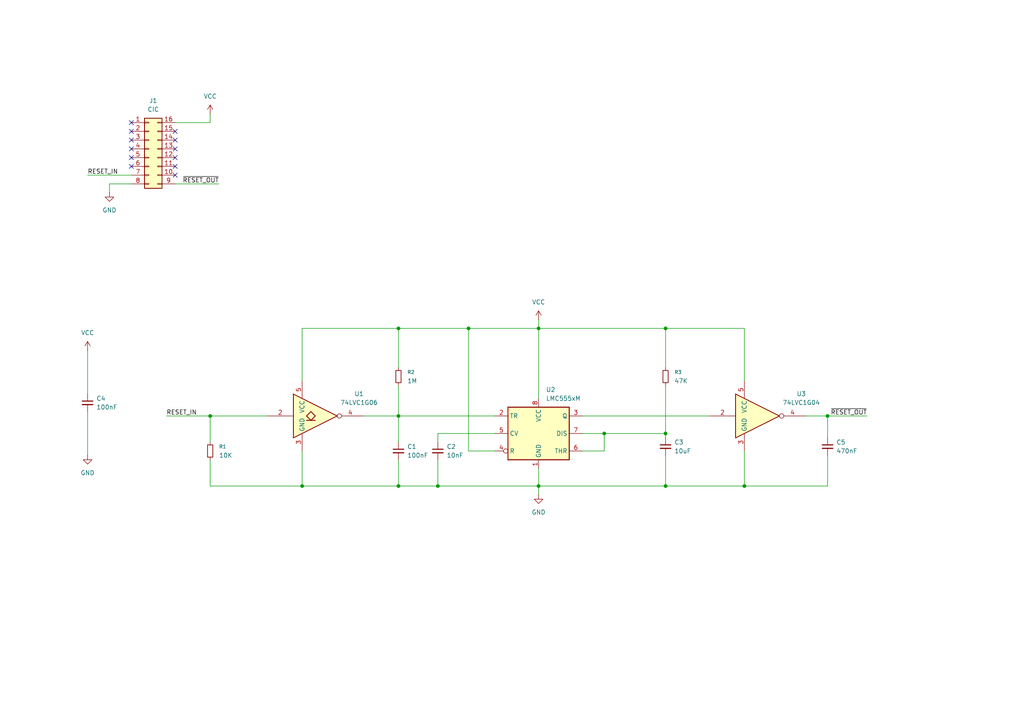
<source format=kicad_sch>
(kicad_sch (version 20250114) (generator "eeschema") (generator_version "9.0")
  (paper "A4")
  (lib_symbols
    (symbol "74xGxx:74LVC1G04"
      (property "Reference" "U" (at 0 7.62 0))
      (property "Value" "74LVC1G04" (at 5.08 -7.62 0))
      (symbol "74LVC1G04_0_1"
        (polyline (pts (xy -7.62 6.35) (xy -7.62 -6.35) (xy 5.08 0) (xy -7.62 6.35)) (stroke (width 0.254)) (fill (type background)))
      )
      (symbol "74LVC1G04_1_1"
        (pin input line (at -15.24 0 0) (length 7.62) (name "~") (number "2"))
        (pin power_in line (at -5.08 10.16 270) (length 5.08) (name "VCC") (number "5"))
        (pin power_in line (at -5.08 -10.16 90) (length 5.08) (name "GND") (number "3"))
        (pin output inverted (at 12.7 0 180) (length 7.62) (name "~") (number "4"))
      )
    )
    (symbol "74xGxx:74LVC1G06"
      (property "Reference" "U" (at 0 7.62 0))
      (property "Value" "74LVC1G06" (at 2.54 -7.62 0))
      (symbol "74LVC1G06_0_1"
        (polyline (pts (xy -7.62 6.35) (xy -7.62 -6.35) (xy 5.08 0) (xy -7.62 6.35)) (stroke (width 0.254)) (fill (type background)))
        (polyline (pts (xy -3.81 -1.27) (xy -1.27 -1.27)) (stroke (width 0.254)) (fill (type background)))
        (polyline (pts (xy -2.54 1.27) (xy -3.81 0) (xy -2.54 -1.27) (xy -1.27 0) (xy -2.54 1.27)) (stroke (width 0.254)) (fill (type background)))
      )
      (symbol "74LVC1G06_1_1"
        (pin input line (at -15.24 0 0) (length 7.62) (name "~") (number "2"))
        (pin power_in line (at -5.08 10.16 270) (length 5.08) (name "VCC") (number "5"))
        (pin power_in line (at -5.08 -10.16 90) (length 5.08) (name "GND") (number "3"))
        (pin open_collector inverted (at 12.7 0 180) (length 7.62) (name "~") (number "4"))
      )
    )
    (symbol "Connector_Generic:Conn_02x08_Counter_Clockwise" (pin_names (offset 1.016) (hide yes))
      (property "Reference" "J" (at 1.27 10.16 0))
      (property "Value" "Conn_02x08_Counter_Clockwise" (at 1.27 -12.7 0))
      (symbol "Conn_02x08_Counter_Clockwise_1_1"
        (rectangle (start -1.27 8.89) (end 3.81 -11.43) (stroke (width 0.254)) (fill (type background)))
        (rectangle (start -1.27 7.747) (end 0 7.493) (stroke (width 0.1524)))
        (rectangle (start -1.27 5.207) (end 0 4.953) (stroke (width 0.1524)))
        (rectangle (start -1.27 2.667) (end 0 2.413) (stroke (width 0.1524)))
        (rectangle (start -1.27 0.127) (end 0 -0.127) (stroke (width 0.1524)))
        (rectangle (start -1.27 -2.413) (end 0 -2.667) (stroke (width 0.1524)))
        (rectangle (start -1.27 -4.953) (end 0 -5.207) (stroke (width 0.1524)))
        (rectangle (start -1.27 -7.493) (end 0 -7.747) (stroke (width 0.1524)))
        (rectangle (start -1.27 -10.033) (end 0 -10.287) (stroke (width 0.1524)))
        (rectangle (start 3.81 7.747) (end 2.54 7.493) (stroke (width 0.1524)))
        (rectangle (start 3.81 5.207) (end 2.54 4.953) (stroke (width 0.1524)))
        (rectangle (start 3.81 2.667) (end 2.54 2.413) (stroke (width 0.1524)))
        (rectangle (start 3.81 0.127) (end 2.54 -0.127) (stroke (width 0.1524)))
        (rectangle (start 3.81 -2.413) (end 2.54 -2.667) (stroke (width 0.1524)))
        (rectangle (start 3.81 -4.953) (end 2.54 -5.207) (stroke (width 0.1524)))
        (rectangle (start 3.81 -7.493) (end 2.54 -7.747) (stroke (width 0.1524)))
        (rectangle (start 3.81 -10.033) (end 2.54 -10.287) (stroke (width 0.1524)))
        (pin passive line (at -5.08 7.62 0) (length 3.81) (name "Pin_1") (number "1"))
        (pin passive line (at -5.08 5.08 0) (length 3.81) (name "Pin_2") (number "2"))
        (pin passive line (at -5.08 2.54 0) (length 3.81) (name "Pin_3") (number "3"))
        (pin passive line (at -5.08 0 0) (length 3.81) (name "Pin_4") (number "4"))
        (pin passive line (at -5.08 -2.54 0) (length 3.81) (name "Pin_5") (number "5"))
        (pin passive line (at -5.08 -5.08 0) (length 3.81) (name "Pin_6") (number "6"))
        (pin passive line (at -5.08 -7.62 0) (length 3.81) (name "Pin_7") (number "7"))
        (pin passive line (at -5.08 -10.16 0) (length 3.81) (name "Pin_8") (number "8"))
        (pin passive line (at 7.62 7.62 180) (length 3.81) (name "Pin_16") (number "16"))
        (pin passive line (at 7.62 5.08 180) (length 3.81) (name "Pin_15") (number "15"))
        (pin passive line (at 7.62 2.54 180) (length 3.81) (name "Pin_14") (number "14"))
        (pin passive line (at 7.62 0 180) (length 3.81) (name "Pin_13") (number "13"))
        (pin passive line (at 7.62 -2.54 180) (length 3.81) (name "Pin_12") (number "12"))
        (pin passive line (at 7.62 -5.08 180) (length 3.81) (name "Pin_11") (number "11"))
        (pin passive line (at 7.62 -7.62 180) (length 3.81) (name "Pin_10") (number "10"))
        (pin passive line (at 7.62 -10.16 180) (length 3.81) (name "Pin_9") (number "9"))
      )
    )
    (symbol "Device:C_Small" (pin_numbers (hide yes)) (pin_names (offset 0.254) (hide yes))
      (property "Reference" "C" (at 0.254 1.778 0))
      (property "Value" "C_Small" (at 0.254 -2.032 0))
      (symbol "C_Small_0_1"
        (polyline (pts (xy -1.524 0.508) (xy 1.524 0.508)) (stroke (width 0.3048)))
        (polyline (pts (xy -1.524 -0.508) (xy 1.524 -0.508)) (stroke (width 0.3302)))
      )
      (symbol "C_Small_1_1"
        (pin passive line (at 0 2.54 270) (length 2.032) (name "~") (number "1"))
        (pin passive line (at 0 -2.54 90) (length 2.032) (name "~") (number "2"))
      )
    )
    (symbol "Device:R_Small" (pin_numbers (hide yes)) (pin_names (offset 0.254) (hide yes))
      (property "Reference" "R" (at 0 0 90))
      (property "Value" "R_Small" (at 1.778 0 90))
      (symbol "R_Small_0_1"
        (rectangle (start -0.762 1.778) (end 0.762 -1.778) (stroke (width 0.2032)))
      )
      (symbol "R_Small_1_1"
        (pin passive line (at 0 2.54 270) (length 0.762) (name "~") (number "1"))
        (pin passive line (at 0 -2.54 90) (length 0.762) (name "~") (number "2"))
      )
    )
    (symbol "Timer:LMC555xM"
      (property "Reference" "U" (at -10.16 8.89 0))
      (property "Value" "LMC555xM" (at 2.54 8.89 0))
      (symbol "LMC555xM_0_0"
        (pin power_in line (at 0 10.16 270) (length 2.54) (name "VCC") (number "8"))
        (pin power_in line (at 0 -10.16 90) (length 2.54) (name "GND") (number "1"))
      )
      (symbol "LMC555xM_0_1"
        (rectangle (start -8.89 -7.62) (end 8.89 7.62) (stroke (width 0.254)) (fill (type background)))
        (rectangle (start -8.89 -7.62) (end 8.89 7.62) (stroke (width 0.254)) (fill (type background)))
      )
      (symbol "LMC555xM_1_1"
        (pin input line (at -12.7 5.08 0) (length 3.81) (name "TR") (number "2"))
        (pin input line (at -12.7 0 0) (length 3.81) (name "CV") (number "5"))
        (pin input inverted (at -12.7 -5.08 0) (length 3.81) (name "R") (number "4"))
        (pin output line (at 12.7 5.08 180) (length 3.81) (name "Q") (number "3"))
        (pin input line (at 12.7 0 180) (length 3.81) (name "DIS") (number "7"))
        (pin input line (at 12.7 -5.08 180) (length 3.81) (name "THR") (number "6"))
      )
    )
    (symbol "power:GND" (power) (pin_numbers (hide yes)) (pin_names (offset 0) (hide yes))
      (property "Value" "GND" (at 0 -3.81 0))
      (symbol "GND_0_1"
        (polyline (pts (xy 0 0) (xy 0 -1.27) (xy 1.27 -1.27) (xy 0 -2.54) (xy -1.27 -1.27) (xy 0 -1.27)))
      )
      (symbol "GND_1_1"
        (pin power_in line (at 0 0 270) (length 0) (name "~") (number "1"))
      )
    )
    (symbol "power:VCC" (power) (pin_numbers (hide yes)) (pin_names (offset 0) (hide yes))
      (property "Value" "VCC" (at 0 3.556 0))
      (symbol "VCC_0_1"
        (polyline (pts (xy -0.762 1.27) (xy 0 2.54)))
        (polyline (pts (xy 0 2.54) (xy 0.762 1.27)))
        (polyline (pts (xy 0 0) (xy 0 2.54)))
      )
      (symbol "VCC_1_1"
        (pin power_in line (at 0 0 90) (length 0) (name "~") (number "1"))
      )
    )
  )
  (junction (at 115.57 140.97))
  (junction (at 87.63 140.97))
  (junction (at 193.04 140.97))
  (junction (at 127 140.97))
  (junction (at 115.57 95.25))
  (junction (at 156.21 140.97))
  (junction (at 156.21 95.25))
  (junction (at 135.89 95.25))
  (junction (at 60.96 120.65))
  (junction (at 193.04 95.25))
  (junction (at 215.9 140.97))
  (junction (at 240.03 120.65))
  (junction (at 115.57 120.65))
  (junction (at 175.26 125.73))
  (junction (at 193.04 125.73))
  (no_connect (at 50.8 43.18))
  (no_connect (at 38.1 43.18))
  (no_connect (at 50.8 40.64))
  (no_connect (at 38.1 45.72))
  (no_connect (at 50.8 50.8))
  (no_connect (at 50.8 45.72))
  (no_connect (at 50.8 48.26))
  (no_connect (at 50.8 38.1))
  (no_connect (at 38.1 38.1))
  (no_connect (at 38.1 48.26))
  (no_connect (at 38.1 35.56))
  (no_connect (at 38.1 40.64))
  (wire (pts (xy 115.57 133.35) (xy 115.57 140.97)))
  (wire (pts (xy 60.96 35.56) (xy 60.96 33.02)))
  (wire (pts (xy 115.57 106.68) (xy 115.57 95.25)))
  (wire (pts (xy 87.63 110.49) (xy 87.63 95.25)))
  (wire (pts (xy 156.21 95.25) (xy 156.21 115.57)))
  (wire (pts (xy 193.04 111.76) (xy 193.04 125.73)))
  (wire (pts (xy 156.21 140.97) (xy 156.21 143.51)))
  (wire (pts (xy 60.96 120.65) (xy 77.47 120.65)))
  (wire (pts (xy 115.57 140.97) (xy 127 140.97)))
  (wire (pts (xy 48.26 120.65) (xy 60.96 120.65)))
  (wire (pts (xy 215.9 95.25) (xy 215.9 110.49)))
  (wire (pts (xy 193.04 140.97) (xy 193.04 132.08)))
  (wire (pts (xy 193.04 125.73) (xy 193.04 127)))
  (wire (pts (xy 25.4 101.6) (xy 25.4 114.3)))
  (wire (pts (xy 156.21 92.71) (xy 156.21 95.25)))
  (wire (pts (xy 105.41 120.65) (xy 115.57 120.65)))
  (wire (pts (xy 87.63 130.81) (xy 87.63 140.97)))
  (wire (pts (xy 50.8 35.56) (xy 60.96 35.56)))
  (wire (pts (xy 240.03 120.65) (xy 240.03 127)))
  (wire (pts (xy 87.63 140.97) (xy 115.57 140.97)))
  (wire (pts (xy 168.91 120.65) (xy 205.74 120.65)))
  (wire (pts (xy 156.21 95.25) (xy 193.04 95.25)))
  (wire (pts (xy 233.68 120.65) (xy 240.03 120.65)))
  (wire (pts (xy 175.26 130.81) (xy 175.26 125.73)))
  (wire (pts (xy 50.8 53.34) (xy 63.5 53.34)))
  (wire (pts (xy 168.91 130.81) (xy 175.26 130.81)))
  (wire (pts (xy 127 125.73) (xy 127 128.27)))
  (wire (pts (xy 31.75 53.34) (xy 38.1 53.34)))
  (wire (pts (xy 143.51 125.73) (xy 127 125.73)))
  (wire (pts (xy 87.63 95.25) (xy 115.57 95.25)))
  (wire (pts (xy 240.03 120.65) (xy 251.46 120.65)))
  (wire (pts (xy 127 133.35) (xy 127 140.97)))
  (wire (pts (xy 156.21 140.97) (xy 193.04 140.97)))
  (wire (pts (xy 115.57 120.65) (xy 115.57 128.27)))
  (wire (pts (xy 115.57 120.65) (xy 143.51 120.65)))
  (wire (pts (xy 193.04 95.25) (xy 193.04 106.68)))
  (wire (pts (xy 115.57 95.25) (xy 135.89 95.25)))
  (wire (pts (xy 168.91 125.73) (xy 175.26 125.73)))
  (wire (pts (xy 215.9 140.97) (xy 215.9 130.81)))
  (wire (pts (xy 193.04 95.25) (xy 215.9 95.25)))
  (wire (pts (xy 25.4 119.38) (xy 25.4 132.08)))
  (wire (pts (xy 156.21 135.89) (xy 156.21 140.97)))
  (wire (pts (xy 135.89 95.25) (xy 156.21 95.25)))
  (wire (pts (xy 115.57 111.76) (xy 115.57 120.65)))
  (wire (pts (xy 60.96 140.97) (xy 87.63 140.97)))
  (wire (pts (xy 240.03 140.97) (xy 240.03 132.08)))
  (wire (pts (xy 193.04 140.97) (xy 215.9 140.97)))
  (wire (pts (xy 127 140.97) (xy 156.21 140.97)))
  (wire (pts (xy 60.96 120.65) (xy 60.96 128.27)))
  (wire (pts (xy 215.9 140.97) (xy 240.03 140.97)))
  (wire (pts (xy 175.26 125.73) (xy 193.04 125.73)))
  (wire (pts (xy 31.75 55.88) (xy 31.75 53.34)))
  (wire (pts (xy 25.4 50.8) (xy 38.1 50.8)))
  (wire (pts (xy 135.89 130.81) (xy 135.89 95.25)))
  (wire (pts (xy 60.96 133.35) (xy 60.96 140.97)))
  (wire (pts (xy 143.51 130.81) (xy 135.89 130.81)))
  (label "~{RESET_OUT}" (at 251.46 120.65 180))
  (label "RESET_IN" (at 25.4 50.8 0))
  (label "RESET_IN" (at 48.26 120.65 0))
  (label "~{RESET_OUT}" (at 63.5 53.34 180))
  (symbol (lib_id "Device:R_Small") (at 193.04 109.22 0) (unit 1)
    (property "Reference" "R3" (at 195.58 107.9499 0) (effects (font (size 1.016 1.016)) (justify left)))
    (property "Value" "47K" (at 195.58 110.4899 0) (effects (justify left)))
    (property "Footprint" "Resistor_SMD:R_0805_2012Metric_Pad1.20x1.40mm_HandSolder" (effects (hide yes)))
    (property "Description" "Resistor, small symbol" (effects (hide yes)))
  )
  (symbol (lib_id "Device:C_Small") (at 25.4 116.84 0) (unit 1)
    (property "Reference" "C4" (at 27.94 115.5762 0) (effects (justify left)))
    (property "Value" "100nF" (at 27.94 118.1162 0) (effects (justify left)))
    (property "Footprint" "Capacitor_SMD:C_0805_2012Metric_Pad1.18x1.45mm_HandSolder" (effects (hide yes)))
    (property "Description" "Unpolarized capacitor, small symbol" (effects (hide yes)))
  )
  (symbol (lib_id "Device:C_Small") (at 115.57 130.81 0) (unit 1)
    (property "Reference" "C1" (at 118.11 129.5462 0) (effects (justify left)))
    (property "Value" "100nF" (at 118.11 132.0862 0) (effects (justify left)))
    (property "Footprint" "Capacitor_SMD:C_0805_2012Metric_Pad1.18x1.45mm_HandSolder" (effects (hide yes)))
    (property "Description" "Unpolarized capacitor, small symbol" (effects (hide yes)))
  )
  (symbol (lib_id "74xGxx:74LVC1G06") (at 92.71 120.65 0) (unit 1)
    (property "Reference" "U1" (at 104.14 114.2298 0))
    (property "Value" "74LVC1G06" (at 104.14 116.7698 0))
    (property "Footprint" "Package_TO_SOT_SMD:SOT-23-5" (effects (hide yes)))
    (property "Datasheet" "http://www.ti.com/lit/sg/scyt129e/scyt129e.pdf" (effects (hide yes)))
    (property "Description" "Single NOT Gate, Open Drain, Low-Voltage CMOS" (effects (hide yes)))
  )
  (symbol (lib_id "power:VCC") (at 156.21 92.71 0) (unit 1)
    (property "Reference" "#PWR05" (effects (hide yes)))
    (property "Value" "VCC" (at 156.21 87.63 0))
    (property "Description" "Power symbol creates a global label with name \"VCC\"" (effects (hide yes)))
  )
  (symbol (lib_id "power:GND") (at 25.4 132.08 0) (unit 1)
    (property "Reference" "#PWR08" (effects (hide yes)))
    (property "Value" "GND" (at 25.4 137.16 0))
    (property "Description" "Power symbol creates a global label with name \"GND\" , ground" (effects (hide yes)))
  )
  (symbol (lib_id "Device:R_Small") (at 60.96 130.81 0) (unit 1)
    (property "Reference" "R1" (at 63.5 129.5399 0) (effects (font (size 1.016 1.016)) (justify left)))
    (property "Value" "10K" (at 63.5 132.0799 0) (effects (justify left)))
    (property "Footprint" "Resistor_SMD:R_0805_2012Metric_Pad1.20x1.40mm_HandSolder" (effects (hide yes)))
    (property "Description" "Resistor, small symbol" (effects (hide yes)))
  )
  (symbol (lib_id "Device:R_Small") (at 115.57 109.22 0) (unit 1)
    (property "Reference" "R2" (at 118.11 107.9499 0) (effects (font (size 1.016 1.016)) (justify left)))
    (property "Value" "1M" (at 118.11 110.4899 0) (effects (justify left)))
    (property "Footprint" "Resistor_SMD:R_0805_2012Metric_Pad1.20x1.40mm_HandSolder" (effects (hide yes)))
    (property "Description" "Resistor, small symbol" (effects (hide yes)))
  )
  (symbol (lib_id "Device:C_Small") (at 240.03 129.54 0) (unit 1)
    (property "Reference" "C5" (at 242.57 128.2762 0) (effects (justify left)))
    (property "Value" "470nF" (at 242.57 130.8162 0) (effects (justify left)))
    (property "Footprint" "Capacitor_SMD:C_0805_2012Metric_Pad1.18x1.45mm_HandSolder" (effects (hide yes)))
    (property "Description" "Unpolarized capacitor, small symbol" (effects (hide yes)))
  )
  (symbol (lib_id "Timer:LMC555xM") (at 156.21 125.73 0) (unit 1)
    (property "Reference" "U2" (at 158.3533 113.03 0) (effects (justify left)))
    (property "Value" "LMC555xM" (at 158.3533 115.57 0) (effects (justify left)))
    (property "Footprint" "Package_SO:SOIC-8_3.9x4.9mm_P1.27mm" (effects (hide yes)))
    (property "Datasheet" "http://www.ti.com/lit/ds/symlink/lmc555.pdf" (effects (hide yes)))
    (property "Description" "CMOS Timer, 555 compatible, SOIC-8" (effects (hide yes)))
  )
  (symbol (lib_id "Connector_Generic:Conn_02x08_Counter_Clockwise") (at 43.18 43.18 0) (unit 1)
    (property "Reference" "J1" (at 44.45 29.21 0))
    (property "Value" "CIC" (at 44.45 31.75 0))
    (property "Footprint" "Package_DIP:DIP-16_W7.62mm" (effects (hide yes)))
    (property "Description" "Generic connector, double row, 02x08, counter clockwise pin numbering scheme (similar to DIP package numbering), script generated (kicad-library-utils/schlib/autogen/connector/)" (effects (hide yes)))
  )
  (symbol (lib_id "74xGxx:74LVC1G04") (at 220.98 120.65 0) (unit 1)
    (property "Reference" "U3" (at 232.41 114.2298 0))
    (property "Value" "74LVC1G04" (at 232.41 116.7698 0))
    (property "Footprint" "Package_TO_SOT_SMD:SOT-23-5" (effects (hide yes)))
    (property "Datasheet" "https://www.ti.com/lit/ds/symlink/sn74lvc1g04.pdf" (effects (hide yes)))
    (property "Description" "Single NOT Gate, Low-Voltage CMOS" (effects (hide yes)))
  )
  (symbol (lib_id "power:VCC") (at 60.96 33.02 0) (unit 1)
    (property "Reference" "#PWR02" (effects (hide yes)))
    (property "Value" "VCC" (at 60.96 27.94 0))
    (property "Description" "Power symbol creates a global label with name \"VCC\"" (effects (hide yes)))
  )
  (symbol (lib_id "power:VCC") (at 25.4 101.6 0) (unit 1)
    (property "Reference" "#PWR07" (effects (hide yes)))
    (property "Value" "VCC" (at 25.4 96.52 0))
    (property "Description" "Power symbol creates a global label with name \"VCC\"" (effects (hide yes)))
  )
  (symbol (lib_id "power:GND") (at 31.75 55.88 0) (unit 1)
    (property "Reference" "#PWR01" (effects (hide yes)))
    (property "Value" "GND" (at 31.75 60.96 0))
    (property "Description" "Power symbol creates a global label with name \"GND\" , ground" (effects (hide yes)))
  )
  (symbol (lib_id "Device:C_Small") (at 193.04 129.54 0) (unit 1)
    (property "Reference" "C3" (at 195.58 128.2762 0) (effects (justify left)))
    (property "Value" "10uF" (at 195.58 130.8162 0) (effects (justify left)))
    (property "Footprint" "Capacitor_SMD:C_0805_2012Metric_Pad1.18x1.45mm_HandSolder" (effects (hide yes)))
    (property "Description" "Unpolarized capacitor, small symbol" (effects (hide yes)))
  )
  (symbol (lib_id "Device:C_Small") (at 127 130.81 0) (unit 1)
    (property "Reference" "C2" (at 129.54 129.5462 0) (effects (justify left)))
    (property "Value" "10nF" (at 129.54 132.0862 0) (effects (justify left)))
    (property "Footprint" "Capacitor_SMD:C_0805_2012Metric_Pad1.18x1.45mm_HandSolder" (effects (hide yes)))
    (property "Description" "Unpolarized capacitor, small symbol" (effects (hide yes)))
  )
  (symbol (lib_id "power:GND") (at 156.21 143.51 0) (unit 1)
    (property "Reference" "#PWR06" (effects (hide yes)))
    (property "Value" "GND" (at 156.21 148.59 0))
    (property "Description" "Power symbol creates a global label with name \"GND\" , ground" (effects (hide yes)))
  )
)
</source>
